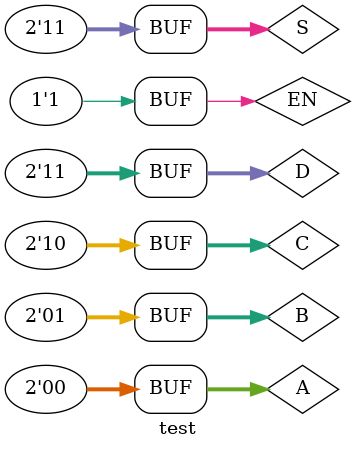
<source format=v>
`timescale 1ns / 1ps


module test;

	// Inputs
	reg [1:0] A;
	reg [1:0] B;
	reg [1:0] C;
	reg [1:0] D;
	reg EN;
	reg [1:0] S;

	// Outputs
	wire [1:0] Y;

	// Instantiate the Unit Under Test (UUT)
	shujuxuanzeqi uut (
		.A(A), 
		.B(B), 
		.C(C), 
		.D(D), 
		.EN(EN), 
		.S(S), 
		.Y(Y)
	);

	initial begin
		// Initialize Inputs
		A = 2'b00;
		B = 2'b01;
		C = 2'b10;
		D = 2'b11;
		EN = 1;
		S = 2'b01;

		// Wait 100 ns for global reset to finish
		#100;
      A = 2'b00;
		B = 2'b01;
		C = 2'b10;
		D = 2'b11;
		EN = 0;
		S = 2'b00;

		// Wait 100 ns for global reset to finish
		#100;
		A = 2'b00;
		B = 2'b01;
		C = 2'b10;
		D = 2'b11;
		EN = 0;
		S = 2'b01;

		// Wait 100 ns for global reset to finish
		#100;
		A = 2'b00;
		B = 2'b01;
		C = 2'b10;
		D = 2'b11;
		EN = 0;
		S = 2'b10;

		// Wait 100 ns for global reset to finish
		#100;
		A = 2'b00;
		B = 2'b01;
		C = 2'b10;
		D = 2'b11;
		EN = 0;
		S = 2'b11;

		// Wait 100 ns for global reset to finish
		#100;
		A = 2'b10;
		B = 2'b01;
		C = 2'b10;
		D = 2'b11;
		EN = 1;
		S = 2'b11;

		// Wait 100 ns for global reset to finish
		#100;
		A = 2'b00;
		B = 2'b00;
		C = 2'b00;
		D = 2'b01;
		EN = 0;
		S = 2'b11;

		// Wait 100 ns for global reset to finish
		#100;
		A = 2'b11;
		B = 2'b01;
		C = 2'b10;
		D = 2'b11;
		EN = 0;
		S = 2'b00;

		// Wait 100 ns for global reset to finish
		#100;
		A = 2'b11;
		B = 2'b11;
		C = 2'b11;
		D = 2'b11;
		EN = 1;
		S = 2'b10;

		// Wait 100 ns for global reset to finish
		#100;
		A = 2'b00;
		B = 2'b01;
		C = 2'b10;
		D = 2'b11;
		EN = 1;
		S = 2'b11;

		// Wait 100 ns for global reset to finish
		// Add stimulus here

	end
      
endmodule


</source>
